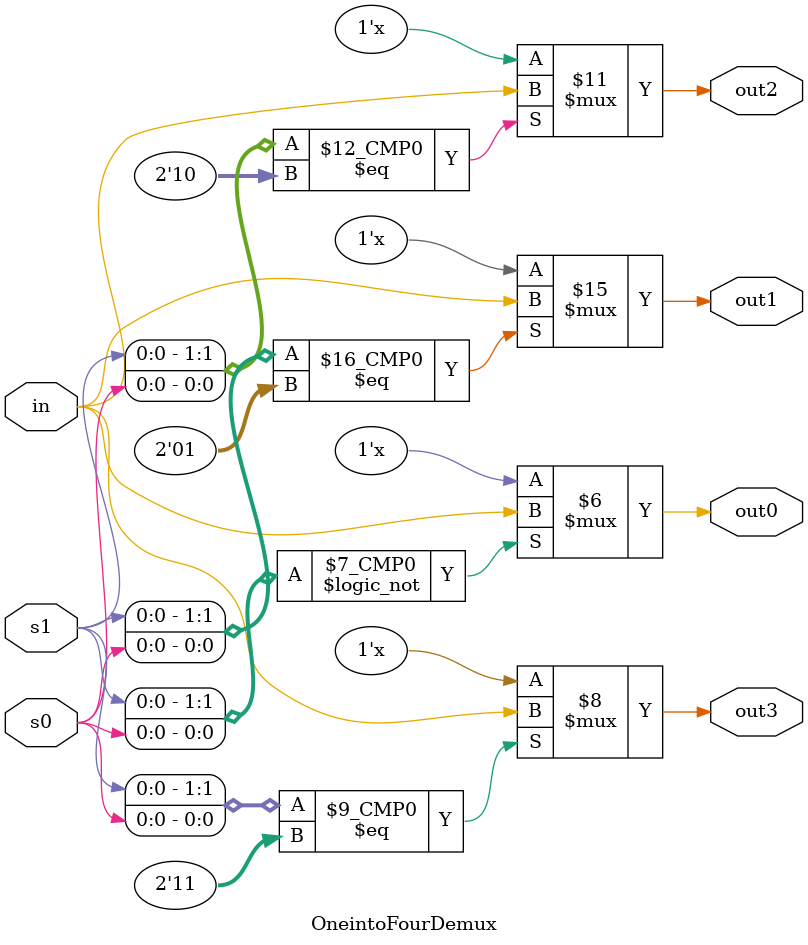
<source format=v>
module OneintoFourDemux(out0,out1,out2,out3,in,s1,s0);
  output out0,out1,out2,out3;
  input in,s1,s0;
  reg out0,out1,out2,out3;
  wire in,s1,s0;
  
  initial
  begin
  out0=1'bz;
  out1=1'bz;
  out2=1'bz;
  out3=1'bz;
  end
  
  always @(s1 or s0 or in)
  begin
  case({s1,s0})
    2'd0 : out0 = in;
    2'd1 : out1 = in;
    2'd2 : out2 = in;
    2'd3 : out3 = in;
    default : $display("Invalid control signal");
  endcase
  end
endmodule
</source>
